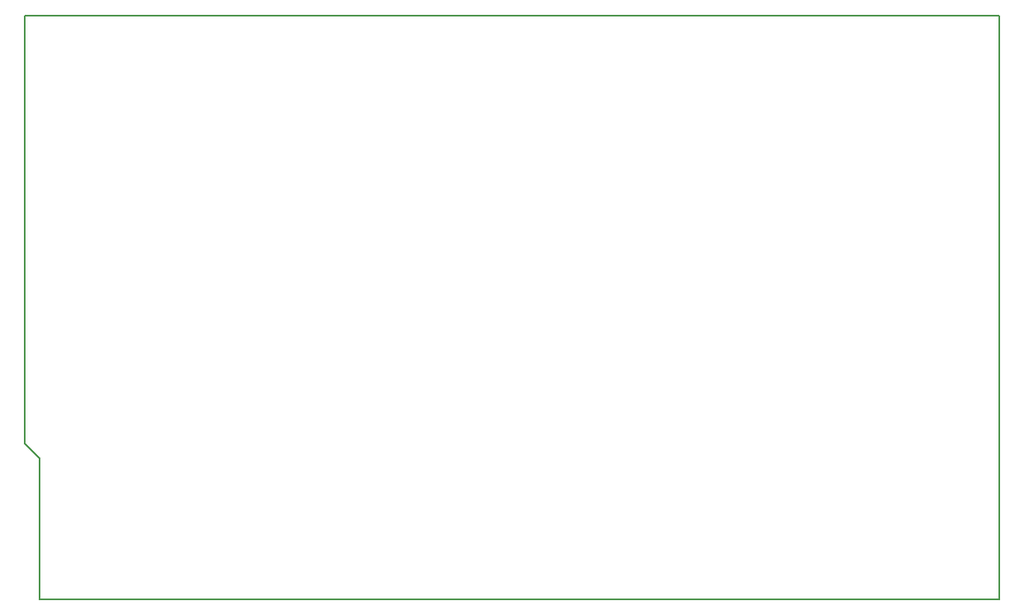
<source format=gm1>
G04 #@! TF.FileFunction,Profile,NP*
%FSLAX46Y46*%
G04 Gerber Fmt 4.6, Leading zero omitted, Abs format (unit mm)*
G04 Created by KiCad (PCBNEW 4.0.7-e2-6376~58~ubuntu14.04.1) date Mon Feb 17 06:04:18 2020*
%MOMM*%
%LPD*%
G01*
G04 APERTURE LIST*
%ADD10C,0.100000*%
%ADD11C,0.150000*%
G04 APERTURE END LIST*
D10*
D11*
X162000000Y-24000000D02*
X162000000Y-84000000D01*
X62000000Y-24000000D02*
X162000000Y-24000000D01*
X62000000Y-68000000D02*
X62000000Y-24000000D01*
X63500000Y-69500000D02*
X62000000Y-68000000D01*
X63500000Y-84000000D02*
X63500000Y-69500000D01*
X162000000Y-84000000D02*
X63500000Y-84000000D01*
M02*

</source>
